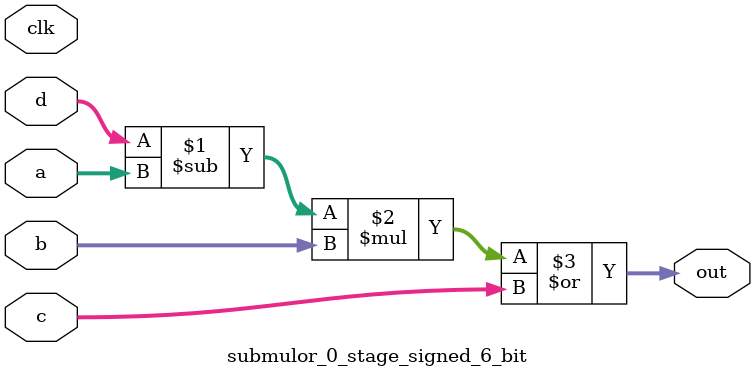
<source format=sv>
(* use_dsp = "yes" *) module submulor_0_stage_signed_6_bit(
	input signed [5:0] a,
	input signed [5:0] b,
	input signed [5:0] c,
	input signed [5:0] d,
	output [5:0] out,
	input clk);

	assign out = ((d - a) * b) | c;
endmodule

</source>
